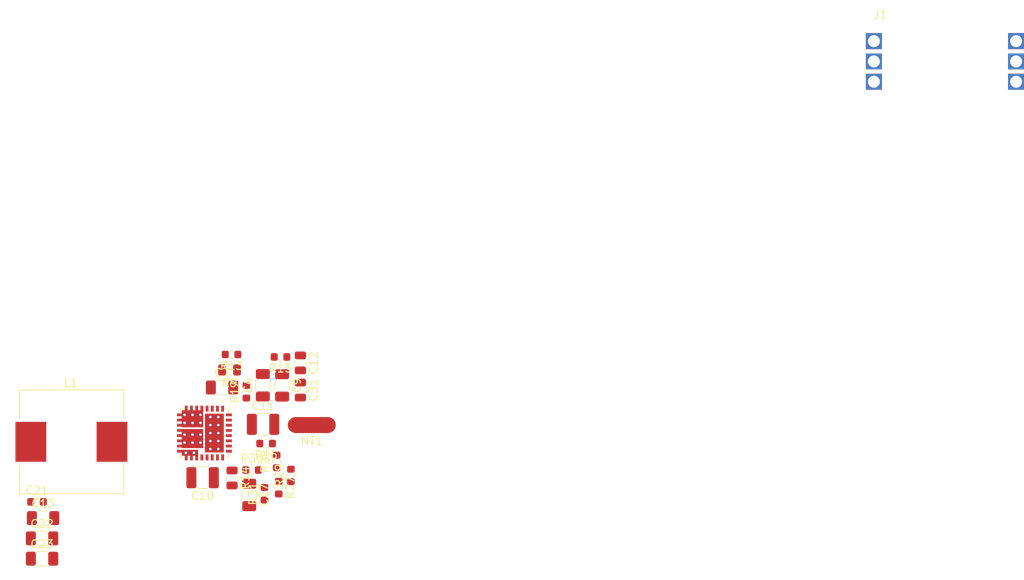
<source format=kicad_pcb>
(kicad_pcb (version 20171130) (host pcbnew "(5.1.6-0-10_14)")

  (general
    (thickness 1.6)
    (drawings 0)
    (tracks 0)
    (zones 0)
    (modules 27)
    (nets 22)
  )

  (page A4)
  (layers
    (0 F.Cu signal)
    (31 B.Cu signal)
    (32 B.Adhes user)
    (33 F.Adhes user)
    (34 B.Paste user)
    (35 F.Paste user)
    (36 B.SilkS user)
    (37 F.SilkS user)
    (38 B.Mask user)
    (39 F.Mask user)
    (40 Dwgs.User user)
    (41 Cmts.User user)
    (42 Eco1.User user)
    (43 Eco2.User user)
    (44 Edge.Cuts user)
    (45 Margin user)
    (46 B.CrtYd user)
    (47 F.CrtYd user)
    (48 B.Fab user)
    (49 F.Fab user)
  )

  (setup
    (last_trace_width 0.25)
    (trace_clearance 0.2)
    (zone_clearance 0.508)
    (zone_45_only no)
    (trace_min 0.2)
    (via_size 0.8)
    (via_drill 0.4)
    (via_min_size 0.4)
    (via_min_drill 0.3)
    (uvia_size 0.3)
    (uvia_drill 0.1)
    (uvias_allowed no)
    (uvia_min_size 0.2)
    (uvia_min_drill 0.1)
    (edge_width 0.05)
    (segment_width 0.2)
    (pcb_text_width 0.3)
    (pcb_text_size 1.5 1.5)
    (mod_edge_width 0.12)
    (mod_text_size 1 1)
    (mod_text_width 0.15)
    (pad_size 1.524 1.524)
    (pad_drill 0.762)
    (pad_to_mask_clearance 0.05)
    (aux_axis_origin 0 0)
    (visible_elements FFFFFF7F)
    (pcbplotparams
      (layerselection 0x010fc_ffffffff)
      (usegerberextensions false)
      (usegerberattributes true)
      (usegerberadvancedattributes true)
      (creategerberjobfile true)
      (excludeedgelayer true)
      (linewidth 0.100000)
      (plotframeref false)
      (viasonmask false)
      (mode 1)
      (useauxorigin false)
      (hpglpennumber 1)
      (hpglpenspeed 20)
      (hpglpendiameter 15.000000)
      (psnegative false)
      (psa4output false)
      (plotreference true)
      (plotvalue true)
      (plotinvisibletext false)
      (padsonsilk false)
      (subtractmaskfromsilk false)
      (outputformat 1)
      (mirror false)
      (drillshape 1)
      (scaleselection 1)
      (outputdirectory ""))
  )

  (net 0 "")
  (net 1 /Sheet5FD8758D/PGND)
  (net 2 "Net-(C4-Pad1)")
  (net 3 /Sheet5FD8758D/SW)
  (net 4 "Net-(C7-Pad1)")
  (net 5 /Sheet5FD8758D/FB)
  (net 6 "Net-(C9-Pad1)")
  (net 7 "Net-(C10-Pad1)")
  (net 8 GND)
  (net 9 VDD)
  (net 10 +5V)
  (net 11 /Sheet5FD8758D/EXTVDD)
  (net 12 "Net-(J1-Pad2)")
  (net 13 "Net-(J1-Pad6)")
  (net 14 "Net-(J1-Pad5)")
  (net 15 "Net-(J1-Pad3)")
  (net 16 "Net-(J1-Pad1)")
  (net 17 "Net-(J1-Pad4)")
  (net 18 /Sheet5FD8758D/ILIM)
  (net 19 "Net-(R27-Pad1)")
  (net 20 "Net-(R28-Pad1)")
  (net 21 "Net-(U3-Pad32)")

  (net_class Default "This is the default net class."
    (clearance 0.2)
    (trace_width 0.25)
    (via_dia 0.8)
    (via_drill 0.4)
    (uvia_dia 0.3)
    (uvia_drill 0.1)
    (add_net +5V)
    (add_net /Sheet5FD8758D/EXTVDD)
    (add_net /Sheet5FD8758D/FB)
    (add_net /Sheet5FD8758D/ILIM)
    (add_net /Sheet5FD8758D/PGND)
    (add_net /Sheet5FD8758D/SW)
    (add_net GND)
    (add_net "Net-(C10-Pad1)")
    (add_net "Net-(C4-Pad1)")
    (add_net "Net-(C7-Pad1)")
    (add_net "Net-(C9-Pad1)")
    (add_net "Net-(J1-Pad1)")
    (add_net "Net-(J1-Pad2)")
    (add_net "Net-(J1-Pad3)")
    (add_net "Net-(J1-Pad4)")
    (add_net "Net-(J1-Pad5)")
    (add_net "Net-(J1-Pad6)")
    (add_net "Net-(R27-Pad1)")
    (add_net "Net-(R28-Pad1)")
    (add_net "Net-(U3-Pad32)")
    (add_net VDD)
  )

  (module AI-footprints:PHA (layer F.Cu) (tedit 5F2BD579) (tstamp 5FD891B5)
    (at 160.64 94.766 270)
    (path /5FD8758E/5F2FC8E1)
    (fp_text reference U3 (at -1.26 -4.308 90) (layer F.SilkS)
      (effects (font (size 0.8 0.8) (thickness 0.015)))
    )
    (fp_text value MIC28515 (at 6.36 4.292 90) (layer F.Fab)
      (effects (font (size 0.8 0.8) (thickness 0.015)))
    )
    (fp_line (start -3 3) (end -3 -3) (layer F.Fab) (width 0.127))
    (fp_line (start -3 -3) (end 3 -3) (layer F.Fab) (width 0.127))
    (fp_line (start 3 -3) (end 3 3) (layer F.Fab) (width 0.127))
    (fp_line (start 3 3) (end -3 3) (layer F.Fab) (width 0.127))
    (fp_line (start -2.67 -3) (end -3 -3) (layer F.SilkS) (width 0.127))
    (fp_line (start -3 -3) (end -3 -2.67) (layer F.SilkS) (width 0.127))
    (fp_line (start 3 -2.67) (end 3 -3) (layer F.SilkS) (width 0.127))
    (fp_line (start 3 -3) (end 2.67 -3) (layer F.SilkS) (width 0.127))
    (fp_line (start -3 2.67) (end -3 3) (layer F.SilkS) (width 0.127))
    (fp_line (start -3 3) (end -2.67 3) (layer F.SilkS) (width 0.127))
    (fp_line (start 2.67 3) (end 3 3) (layer F.SilkS) (width 0.127))
    (fp_line (start 3 3) (end 3 2.67) (layer F.SilkS) (width 0.127))
    (fp_line (start -3.7 3.7) (end -3.7 -3.7) (layer F.CrtYd) (width 0.05))
    (fp_line (start -3.7 -3.7) (end 3.7 -3.7) (layer F.CrtYd) (width 0.05))
    (fp_line (start 3.7 -3.7) (end 3.7 3.7) (layer F.CrtYd) (width 0.05))
    (fp_line (start 3.7 3.7) (end -3.7 3.7) (layer F.CrtYd) (width 0.05))
    (fp_circle (center -4 -2.3) (end -3.9 -2.3) (layer F.SilkS) (width 0.2))
    (fp_circle (center -4 -2.3) (end -3.9 -2.3) (layer F.Fab) (width 0.2))
    (pad 19.3 thru_hole circle (at 2.47 2.32 270) (size 0.4 0.4) (drill 0.3) (layers *.Cu *.Mask)
      (net 1 /Sheet5FD8758D/PGND))
    (pad 19.2 thru_hole circle (at 2.47 1.32 270) (size 0.4 0.4) (drill 0.3) (layers *.Cu *.Mask)
      (net 1 /Sheet5FD8758D/PGND))
    (pad 35.6 thru_hole circle (at 1.195 2.495 270) (size 0.4 0.4) (drill 0.3) (layers *.Cu *.Mask)
      (net 3 /Sheet5FD8758D/SW))
    (pad 35.5 thru_hole circle (at 0.195 2.495 270) (size 0.4 0.4) (drill 0.3) (layers *.Cu *.Mask)
      (net 3 /Sheet5FD8758D/SW))
    (pad 35.4 thru_hole circle (at 1.195 1.495 270) (size 0.4 0.4) (drill 0.3) (layers *.Cu *.Mask)
      (net 3 /Sheet5FD8758D/SW))
    (pad 35.3 thru_hole circle (at 0.195 1.495 270) (size 0.4 0.4) (drill 0.3) (layers *.Cu *.Mask)
      (net 3 /Sheet5FD8758D/SW))
    (pad 35.2 thru_hole circle (at 1.195 0.495 270) (size 0.4 0.4) (drill 0.3) (layers *.Cu *.Mask)
      (net 3 /Sheet5FD8758D/SW))
    (pad 35.1 thru_hole circle (at 0.195 0.495 270) (size 0.4 0.4) (drill 0.3) (layers *.Cu *.Mask)
      (net 3 /Sheet5FD8758D/SW))
    (pad 34.6 thru_hole circle (at -1.28 2.495 270) (size 0.4 0.4) (drill 0.3) (layers *.Cu *.Mask)
      (net 9 VDD))
    (pad 34.5 thru_hole circle (at -2.28 2.495 270) (size 0.4 0.4) (drill 0.3) (layers *.Cu *.Mask)
      (net 9 VDD))
    (pad 34.4 thru_hole circle (at -1.28 1.495 270) (size 0.4 0.4) (drill 0.3) (layers *.Cu *.Mask)
      (net 9 VDD))
    (pad 34.3 thru_hole circle (at -2.28 1.495 270) (size 0.4 0.4) (drill 0.3) (layers *.Cu *.Mask)
      (net 9 VDD))
    (pad 34.2 thru_hole circle (at -1.28 0.495 270) (size 0.4 0.4) (drill 0.3) (layers *.Cu *.Mask)
      (net 9 VDD))
    (pad 34.1 thru_hole circle (at -2.28 0.495 270) (size 0.4 0.4) (drill 0.3) (layers *.Cu *.Mask)
      (net 9 VDD))
    (pad 33.10 thru_hole circle (at 2 -0.74 270) (size 0.4 0.4) (drill 0.3) (layers *.Cu *.Mask)
      (net 1 /Sheet5FD8758D/PGND))
    (pad 33.9 thru_hole circle (at 1 -0.74 270) (size 0.4 0.4) (drill 0.3) (layers *.Cu *.Mask)
      (net 1 /Sheet5FD8758D/PGND))
    (pad 33.8 thru_hole circle (at 0 -0.74 270) (size 0.4 0.4) (drill 0.3) (layers *.Cu *.Mask)
      (net 1 /Sheet5FD8758D/PGND))
    (pad 33.7 thru_hole circle (at -1 -0.74 270) (size 0.4 0.4) (drill 0.3) (layers *.Cu *.Mask)
      (net 1 /Sheet5FD8758D/PGND))
    (pad 33.6 thru_hole circle (at -2 -0.74 270) (size 0.4 0.4) (drill 0.3) (layers *.Cu *.Mask)
      (net 1 /Sheet5FD8758D/PGND))
    (pad 33.5 thru_hole circle (at 2 -1.74 270) (size 0.4 0.4) (drill 0.3) (layers *.Cu *.Mask)
      (net 1 /Sheet5FD8758D/PGND))
    (pad 33.4 thru_hole circle (at 1 -1.74 270) (size 0.4 0.4) (drill 0.3) (layers *.Cu *.Mask)
      (net 1 /Sheet5FD8758D/PGND))
    (pad 33.3 thru_hole circle (at 0 -1.74 270) (size 0.4 0.4) (drill 0.3) (layers *.Cu *.Mask)
      (net 1 /Sheet5FD8758D/PGND))
    (pad 33.2 thru_hole circle (at -1 -1.74 270) (size 0.4 0.4) (drill 0.3) (layers *.Cu *.Mask)
      (net 1 /Sheet5FD8758D/PGND))
    (pad 33.1 thru_hole circle (at -2 -1.74 270) (size 0.4 0.4) (drill 0.3) (layers *.Cu *.Mask)
      (net 1 /Sheet5FD8758D/PGND))
    (pad 19.1 smd rect (at 2.47 1.82 270) (size 0.74 2.04) (layers F.Cu F.Paste F.Mask)
      (net 1 /Sheet5FD8758D/PGND))
    (pad 35 smd rect (at 0.695 1.4975 270) (size 2.39 2.69) (layers F.Cu F.Paste F.Mask)
      (net 3 /Sheet5FD8758D/SW))
    (pad 34 smd rect (at -1.78 1.4975 270) (size 2.13 2.69) (layers F.Cu F.Paste F.Mask)
      (net 9 VDD))
    (pad 33 smd rect (at 0 -1.24 270) (size 4.85 2.36) (layers F.Cu F.Paste F.Mask)
      (net 1 /Sheet5FD8758D/PGND))
    (pad 32 smd rect (at -2.275 -3.05 270) (size 0.35 0.75) (layers F.Cu F.Paste F.Mask)
      (net 21 "Net-(U3-Pad32)"))
    (pad 31 smd rect (at -1.625 -3.05 270) (size 0.35 0.75) (layers F.Cu F.Paste F.Mask)
      (net 2 "Net-(C4-Pad1)"))
    (pad 30 smd rect (at -0.975 -3.05 270) (size 0.35 0.75) (layers F.Cu F.Paste F.Mask)
      (net 9 VDD))
    (pad 29 smd rect (at -0.325 -3.05 270) (size 0.35 0.75) (layers F.Cu F.Paste F.Mask)
      (net 1 /Sheet5FD8758D/PGND))
    (pad 28 smd rect (at 0.325 -3.05 270) (size 0.35 0.75) (layers F.Cu F.Paste F.Mask)
      (net 8 GND))
    (pad 27 smd rect (at 0.975 -3.05 270) (size 0.35 0.75) (layers F.Cu F.Paste F.Mask)
      (net 5 /Sheet5FD8758D/FB))
    (pad 26 smd rect (at 1.625 -3.05 270) (size 0.35 0.75) (layers F.Cu F.Paste F.Mask)
      (net 9 VDD))
    (pad 25 smd rect (at 2.275 -3.05 270) (size 0.35 0.75) (layers F.Cu F.Paste F.Mask)
      (net 20 "Net-(R28-Pad1)"))
    (pad 24 smd rect (at 3.05 -2.275 270) (size 0.75 0.35) (layers F.Cu F.Paste F.Mask)
      (net 19 "Net-(R27-Pad1)"))
    (pad 23 smd rect (at 3.05 -1.625 270) (size 0.75 0.35) (layers F.Cu F.Paste F.Mask)
      (net 11 /Sheet5FD8758D/EXTVDD))
    (pad 22 smd rect (at 3.05 -0.975 270) (size 0.75 0.35) (layers F.Cu F.Paste F.Mask)
      (net 1 /Sheet5FD8758D/PGND))
    (pad 21 smd rect (at 3.05 -0.325 270) (size 0.75 0.35) (layers F.Cu F.Paste F.Mask)
      (net 7 "Net-(C10-Pad1)"))
    (pad 20 smd rect (at 3.05 0.325 270) (size 0.75 0.35) (layers F.Cu F.Paste F.Mask)
      (net 3 /Sheet5FD8758D/SW))
    (pad 19 smd rect (at 3.05 0.975 270) (size 0.75 0.35) (layers F.Cu F.Paste F.Mask)
      (net 1 /Sheet5FD8758D/PGND))
    (pad 18 smd rect (at 3.05 1.625 270) (size 0.75 0.35) (layers F.Cu F.Paste F.Mask)
      (net 1 /Sheet5FD8758D/PGND))
    (pad 17 smd rect (at 3.05 2.275 270) (size 0.75 0.35) (layers F.Cu F.Paste F.Mask)
      (net 1 /Sheet5FD8758D/PGND))
    (pad 16 smd rect (at 2.275 3.05 270) (size 0.35 0.75) (layers F.Cu F.Paste F.Mask)
      (net 1 /Sheet5FD8758D/PGND))
    (pad 15 smd rect (at 1.625 3.05 270) (size 0.35 0.75) (layers F.Cu F.Paste F.Mask)
      (net 3 /Sheet5FD8758D/SW))
    (pad 14 smd rect (at 0.975 3.05 270) (size 0.35 0.75) (layers F.Cu F.Paste F.Mask)
      (net 3 /Sheet5FD8758D/SW))
    (pad 13 smd rect (at 0.325 3.05 270) (size 0.35 0.75) (layers F.Cu F.Paste F.Mask)
      (net 3 /Sheet5FD8758D/SW))
    (pad 12 smd rect (at -0.325 3.05 270) (size 0.35 0.75) (layers F.Cu F.Paste F.Mask)
      (net 3 /Sheet5FD8758D/SW))
    (pad 11 smd rect (at -0.975 3.05 270) (size 0.35 0.75) (layers F.Cu F.Paste F.Mask)
      (net 9 VDD))
    (pad 10 smd rect (at -1.625 3.05 270) (size 0.35 0.75) (layers F.Cu F.Paste F.Mask)
      (net 9 VDD))
    (pad 9 smd rect (at -2.275 3.05 270) (size 0.35 0.75) (layers F.Cu F.Paste F.Mask)
      (net 9 VDD))
    (pad 8 smd rect (at -3.05 2.275 270) (size 0.75 0.35) (layers F.Cu F.Paste F.Mask)
      (net 9 VDD))
    (pad 7 smd rect (at -3.05 1.625 270) (size 0.75 0.35) (layers F.Cu F.Paste F.Mask)
      (net 9 VDD))
    (pad 6 smd rect (at -3.05 0.975 270) (size 0.75 0.35) (layers F.Cu F.Paste F.Mask)
      (net 9 VDD))
    (pad 5 smd rect (at -3.05 0.325 270) (size 0.75 0.35) (layers F.Cu F.Paste F.Mask)
      (net 9 VDD))
    (pad 4 smd rect (at -3.05 -0.325 270) (size 0.75 0.35) (layers F.Cu F.Paste F.Mask)
      (net 4 "Net-(C7-Pad1)"))
    (pad 3 smd rect (at -3.05 -0.975 270) (size 0.75 0.35) (layers F.Cu F.Paste F.Mask)
      (net 3 /Sheet5FD8758D/SW))
    (pad 2 smd rect (at -3.05 -1.625 270) (size 0.75 0.35) (layers F.Cu F.Paste F.Mask)
      (net 1 /Sheet5FD8758D/PGND))
    (pad 1 smd rect (at -3.05 -2.275 270) (size 0.75 0.35) (layers F.Cu F.Paste F.Mask)
      (net 18 /Sheet5FD8758D/ILIM))
  )

  (module Resistor_SMD:R_0603_1608Metric (layer F.Cu) (tedit 5B301BBD) (tstamp 5FD89163)
    (at 168.148 102.362 90)
    (descr "Resistor SMD 0603 (1608 Metric), square (rectangular) end terminal, IPC_7351 nominal, (Body size source: http://www.tortai-tech.com/upload/download/2011102023233369053.pdf), generated with kicad-footprint-generator")
    (tags resistor)
    (path /5FD8758E/5FA9FF4A)
    (attr smd)
    (fp_text reference R31 (at 0 -1.43 90) (layer F.SilkS)
      (effects (font (size 1 1) (thickness 0.15)))
    )
    (fp_text value 100k (at 0 1.43 90) (layer F.Fab)
      (effects (font (size 1 1) (thickness 0.15)))
    )
    (fp_line (start -0.8 0.4) (end -0.8 -0.4) (layer F.Fab) (width 0.1))
    (fp_line (start -0.8 -0.4) (end 0.8 -0.4) (layer F.Fab) (width 0.1))
    (fp_line (start 0.8 -0.4) (end 0.8 0.4) (layer F.Fab) (width 0.1))
    (fp_line (start 0.8 0.4) (end -0.8 0.4) (layer F.Fab) (width 0.1))
    (fp_line (start -0.162779 -0.51) (end 0.162779 -0.51) (layer F.SilkS) (width 0.12))
    (fp_line (start -0.162779 0.51) (end 0.162779 0.51) (layer F.SilkS) (width 0.12))
    (fp_line (start -1.48 0.73) (end -1.48 -0.73) (layer F.CrtYd) (width 0.05))
    (fp_line (start -1.48 -0.73) (end 1.48 -0.73) (layer F.CrtYd) (width 0.05))
    (fp_line (start 1.48 -0.73) (end 1.48 0.73) (layer F.CrtYd) (width 0.05))
    (fp_line (start 1.48 0.73) (end -1.48 0.73) (layer F.CrtYd) (width 0.05))
    (fp_text user %R (at 0 0 90) (layer F.Fab)
      (effects (font (size 0.4 0.4) (thickness 0.06)))
    )
    (pad 2 smd roundrect (at 0.7875 0 90) (size 0.875 0.95) (layers F.Cu F.Paste F.Mask) (roundrect_rratio 0.25)
      (net 19 "Net-(R27-Pad1)"))
    (pad 1 smd roundrect (at -0.7875 0 90) (size 0.875 0.95) (layers F.Cu F.Paste F.Mask) (roundrect_rratio 0.25)
      (net 8 GND))
    (model ${KISYS3DMOD}/Resistor_SMD.3dshapes/R_0603_1608Metric.wrl
      (at (xyz 0 0 0))
      (scale (xyz 1 1 1))
      (rotate (xyz 0 0 0))
    )
  )

  (module Resistor_SMD:R_0603_1608Metric (layer F.Cu) (tedit 5B301BBD) (tstamp 5FD89152)
    (at 166.5925 99.396)
    (descr "Resistor SMD 0603 (1608 Metric), square (rectangular) end terminal, IPC_7351 nominal, (Body size source: http://www.tortai-tech.com/upload/download/2011102023233369053.pdf), generated with kicad-footprint-generator")
    (tags resistor)
    (path /5FD8758E/5FAC0103)
    (attr smd)
    (fp_text reference R30 (at 0 -1.43) (layer F.SilkS)
      (effects (font (size 1 1) (thickness 0.15)))
    )
    (fp_text value 0R (at 0 1.43) (layer F.Fab)
      (effects (font (size 1 1) (thickness 0.15)))
    )
    (fp_line (start -0.8 0.4) (end -0.8 -0.4) (layer F.Fab) (width 0.1))
    (fp_line (start -0.8 -0.4) (end 0.8 -0.4) (layer F.Fab) (width 0.1))
    (fp_line (start 0.8 -0.4) (end 0.8 0.4) (layer F.Fab) (width 0.1))
    (fp_line (start 0.8 0.4) (end -0.8 0.4) (layer F.Fab) (width 0.1))
    (fp_line (start -0.162779 -0.51) (end 0.162779 -0.51) (layer F.SilkS) (width 0.12))
    (fp_line (start -0.162779 0.51) (end 0.162779 0.51) (layer F.SilkS) (width 0.12))
    (fp_line (start -1.48 0.73) (end -1.48 -0.73) (layer F.CrtYd) (width 0.05))
    (fp_line (start -1.48 -0.73) (end 1.48 -0.73) (layer F.CrtYd) (width 0.05))
    (fp_line (start 1.48 -0.73) (end 1.48 0.73) (layer F.CrtYd) (width 0.05))
    (fp_line (start 1.48 0.73) (end -1.48 0.73) (layer F.CrtYd) (width 0.05))
    (fp_text user %R (at 0 0) (layer F.Fab)
      (effects (font (size 0.4 0.4) (thickness 0.06)))
    )
    (pad 2 smd roundrect (at 0.7875 0) (size 0.875 0.95) (layers F.Cu F.Paste F.Mask) (roundrect_rratio 0.25)
      (net 10 +5V))
    (pad 1 smd roundrect (at -0.7875 0) (size 0.875 0.95) (layers F.Cu F.Paste F.Mask) (roundrect_rratio 0.25)
      (net 11 /Sheet5FD8758D/EXTVDD))
    (model ${KISYS3DMOD}/Resistor_SMD.3dshapes/R_0603_1608Metric.wrl
      (at (xyz 0 0 0))
      (scale (xyz 1 1 1))
      (rotate (xyz 0 0 0))
    )
  )

  (module Resistor_SMD:R_0603_1608Metric (layer F.Cu) (tedit 5B301BBD) (tstamp 5FD89141)
    (at 171.45 100.076 90)
    (descr "Resistor SMD 0603 (1608 Metric), square (rectangular) end terminal, IPC_7351 nominal, (Body size source: http://www.tortai-tech.com/upload/download/2011102023233369053.pdf), generated with kicad-footprint-generator")
    (tags resistor)
    (path /5FD8758E/5FAD16C2)
    (attr smd)
    (fp_text reference R29 (at 0 -1.43 90) (layer F.SilkS)
      (effects (font (size 1 1) (thickness 0.15)))
    )
    (fp_text value 100k (at 0 1.43 90) (layer F.Fab)
      (effects (font (size 1 1) (thickness 0.15)))
    )
    (fp_line (start -0.8 0.4) (end -0.8 -0.4) (layer F.Fab) (width 0.1))
    (fp_line (start -0.8 -0.4) (end 0.8 -0.4) (layer F.Fab) (width 0.1))
    (fp_line (start 0.8 -0.4) (end 0.8 0.4) (layer F.Fab) (width 0.1))
    (fp_line (start 0.8 0.4) (end -0.8 0.4) (layer F.Fab) (width 0.1))
    (fp_line (start -0.162779 -0.51) (end 0.162779 -0.51) (layer F.SilkS) (width 0.12))
    (fp_line (start -0.162779 0.51) (end 0.162779 0.51) (layer F.SilkS) (width 0.12))
    (fp_line (start -1.48 0.73) (end -1.48 -0.73) (layer F.CrtYd) (width 0.05))
    (fp_line (start -1.48 -0.73) (end 1.48 -0.73) (layer F.CrtYd) (width 0.05))
    (fp_line (start 1.48 -0.73) (end 1.48 0.73) (layer F.CrtYd) (width 0.05))
    (fp_line (start 1.48 0.73) (end -1.48 0.73) (layer F.CrtYd) (width 0.05))
    (fp_text user %R (at 0 0 90) (layer F.Fab)
      (effects (font (size 0.4 0.4) (thickness 0.06)))
    )
    (pad 2 smd roundrect (at 0.7875 0 90) (size 0.875 0.95) (layers F.Cu F.Paste F.Mask) (roundrect_rratio 0.25)
      (net 20 "Net-(R28-Pad1)"))
    (pad 1 smd roundrect (at -0.7875 0 90) (size 0.875 0.95) (layers F.Cu F.Paste F.Mask) (roundrect_rratio 0.25)
      (net 9 VDD))
    (model ${KISYS3DMOD}/Resistor_SMD.3dshapes/R_0603_1608Metric.wrl
      (at (xyz 0 0 0))
      (scale (xyz 1 1 1))
      (rotate (xyz 0 0 0))
    )
  )

  (module Resistor_SMD:R_0603_1608Metric (layer F.Cu) (tedit 5B301BBD) (tstamp 5FD89130)
    (at 169.672 98.3235 90)
    (descr "Resistor SMD 0603 (1608 Metric), square (rectangular) end terminal, IPC_7351 nominal, (Body size source: http://www.tortai-tech.com/upload/download/2011102023233369053.pdf), generated with kicad-footprint-generator")
    (tags resistor)
    (path /5FD8758E/5FAE59BE)
    (attr smd)
    (fp_text reference R28 (at 0 -1.43 90) (layer F.SilkS)
      (effects (font (size 1 1) (thickness 0.15)))
    )
    (fp_text value 100k (at 0 1.43 90) (layer F.Fab)
      (effects (font (size 1 1) (thickness 0.15)))
    )
    (fp_line (start -0.8 0.4) (end -0.8 -0.4) (layer F.Fab) (width 0.1))
    (fp_line (start -0.8 -0.4) (end 0.8 -0.4) (layer F.Fab) (width 0.1))
    (fp_line (start 0.8 -0.4) (end 0.8 0.4) (layer F.Fab) (width 0.1))
    (fp_line (start 0.8 0.4) (end -0.8 0.4) (layer F.Fab) (width 0.1))
    (fp_line (start -0.162779 -0.51) (end 0.162779 -0.51) (layer F.SilkS) (width 0.12))
    (fp_line (start -0.162779 0.51) (end 0.162779 0.51) (layer F.SilkS) (width 0.12))
    (fp_line (start -1.48 0.73) (end -1.48 -0.73) (layer F.CrtYd) (width 0.05))
    (fp_line (start -1.48 -0.73) (end 1.48 -0.73) (layer F.CrtYd) (width 0.05))
    (fp_line (start 1.48 -0.73) (end 1.48 0.73) (layer F.CrtYd) (width 0.05))
    (fp_line (start 1.48 0.73) (end -1.48 0.73) (layer F.CrtYd) (width 0.05))
    (fp_text user %R (at 0 0 90) (layer F.Fab)
      (effects (font (size 0.4 0.4) (thickness 0.06)))
    )
    (pad 2 smd roundrect (at 0.7875 0 90) (size 0.875 0.95) (layers F.Cu F.Paste F.Mask) (roundrect_rratio 0.25)
      (net 8 GND))
    (pad 1 smd roundrect (at -0.7875 0 90) (size 0.875 0.95) (layers F.Cu F.Paste F.Mask) (roundrect_rratio 0.25)
      (net 20 "Net-(R28-Pad1)"))
    (model ${KISYS3DMOD}/Resistor_SMD.3dshapes/R_0603_1608Metric.wrl
      (at (xyz 0 0 0))
      (scale (xyz 1 1 1))
      (rotate (xyz 0 0 0))
    )
  )

  (module Resistor_SMD:R_0603_1608Metric (layer F.Cu) (tedit 5B301BBD) (tstamp 5FD8911F)
    (at 169.926 101.6 270)
    (descr "Resistor SMD 0603 (1608 Metric), square (rectangular) end terminal, IPC_7351 nominal, (Body size source: http://www.tortai-tech.com/upload/download/2011102023233369053.pdf), generated with kicad-footprint-generator")
    (tags resistor)
    (path /5FD8758E/5FA0F663)
    (attr smd)
    (fp_text reference R27 (at 0 -1.43 90) (layer F.SilkS)
      (effects (font (size 1 1) (thickness 0.15)))
    )
    (fp_text value 100k (at 0 1.43 90) (layer F.Fab)
      (effects (font (size 1 1) (thickness 0.15)))
    )
    (fp_line (start -0.8 0.4) (end -0.8 -0.4) (layer F.Fab) (width 0.1))
    (fp_line (start -0.8 -0.4) (end 0.8 -0.4) (layer F.Fab) (width 0.1))
    (fp_line (start 0.8 -0.4) (end 0.8 0.4) (layer F.Fab) (width 0.1))
    (fp_line (start 0.8 0.4) (end -0.8 0.4) (layer F.Fab) (width 0.1))
    (fp_line (start -0.162779 -0.51) (end 0.162779 -0.51) (layer F.SilkS) (width 0.12))
    (fp_line (start -0.162779 0.51) (end 0.162779 0.51) (layer F.SilkS) (width 0.12))
    (fp_line (start -1.48 0.73) (end -1.48 -0.73) (layer F.CrtYd) (width 0.05))
    (fp_line (start -1.48 -0.73) (end 1.48 -0.73) (layer F.CrtYd) (width 0.05))
    (fp_line (start 1.48 -0.73) (end 1.48 0.73) (layer F.CrtYd) (width 0.05))
    (fp_line (start 1.48 0.73) (end -1.48 0.73) (layer F.CrtYd) (width 0.05))
    (fp_text user %R (at 0 0 90) (layer F.Fab)
      (effects (font (size 0.4 0.4) (thickness 0.06)))
    )
    (pad 2 smd roundrect (at 0.7875 0 270) (size 0.875 0.95) (layers F.Cu F.Paste F.Mask) (roundrect_rratio 0.25)
      (net 9 VDD))
    (pad 1 smd roundrect (at -0.7875 0 270) (size 0.875 0.95) (layers F.Cu F.Paste F.Mask) (roundrect_rratio 0.25)
      (net 19 "Net-(R27-Pad1)"))
    (model ${KISYS3DMOD}/Resistor_SMD.3dshapes/R_0603_1608Metric.wrl
      (at (xyz 0 0 0))
      (scale (xyz 1 1 1))
      (rotate (xyz 0 0 0))
    )
  )

  (module Resistor_SMD:R_0603_1608Metric (layer F.Cu) (tedit 5B301BBD) (tstamp 5FD8910E)
    (at 168.35 96.076 180)
    (descr "Resistor SMD 0603 (1608 Metric), square (rectangular) end terminal, IPC_7351 nominal, (Body size source: http://www.tortai-tech.com/upload/download/2011102023233369053.pdf), generated with kicad-footprint-generator")
    (tags resistor)
    (path /5FD8758E/5F33DDCF)
    (attr smd)
    (fp_text reference R16 (at 0 -1.43) (layer F.SilkS)
      (effects (font (size 1 1) (thickness 0.15)))
    )
    (fp_text value 1.3k (at 0 1.43) (layer F.Fab)
      (effects (font (size 1 1) (thickness 0.15)))
    )
    (fp_line (start -0.8 0.4) (end -0.8 -0.4) (layer F.Fab) (width 0.1))
    (fp_line (start -0.8 -0.4) (end 0.8 -0.4) (layer F.Fab) (width 0.1))
    (fp_line (start 0.8 -0.4) (end 0.8 0.4) (layer F.Fab) (width 0.1))
    (fp_line (start 0.8 0.4) (end -0.8 0.4) (layer F.Fab) (width 0.1))
    (fp_line (start -0.162779 -0.51) (end 0.162779 -0.51) (layer F.SilkS) (width 0.12))
    (fp_line (start -0.162779 0.51) (end 0.162779 0.51) (layer F.SilkS) (width 0.12))
    (fp_line (start -1.48 0.73) (end -1.48 -0.73) (layer F.CrtYd) (width 0.05))
    (fp_line (start -1.48 -0.73) (end 1.48 -0.73) (layer F.CrtYd) (width 0.05))
    (fp_line (start 1.48 -0.73) (end 1.48 0.73) (layer F.CrtYd) (width 0.05))
    (fp_line (start 1.48 0.73) (end -1.48 0.73) (layer F.CrtYd) (width 0.05))
    (fp_text user %R (at 0 0) (layer F.Fab)
      (effects (font (size 0.4 0.4) (thickness 0.06)))
    )
    (pad 2 smd roundrect (at 0.7875 0 180) (size 0.875 0.95) (layers F.Cu F.Paste F.Mask) (roundrect_rratio 0.25)
      (net 5 /Sheet5FD8758D/FB))
    (pad 1 smd roundrect (at -0.7875 0 180) (size 0.875 0.95) (layers F.Cu F.Paste F.Mask) (roundrect_rratio 0.25)
      (net 8 GND))
    (model ${KISYS3DMOD}/Resistor_SMD.3dshapes/R_0603_1608Metric.wrl
      (at (xyz 0 0 0))
      (scale (xyz 1 1 1))
      (rotate (xyz 0 0 0))
    )
  )

  (module Resistor_SMD:R_0603_1608Metric (layer F.Cu) (tedit 5B301BBD) (tstamp 5FD890FD)
    (at 170.1525 85.246 180)
    (descr "Resistor SMD 0603 (1608 Metric), square (rectangular) end terminal, IPC_7351 nominal, (Body size source: http://www.tortai-tech.com/upload/download/2011102023233369053.pdf), generated with kicad-footprint-generator")
    (tags resistor)
    (path /5FD8758E/5F33A359)
    (attr smd)
    (fp_text reference R15 (at 0 -1.43) (layer F.SilkS)
      (effects (font (size 1 1) (thickness 0.15)))
    )
    (fp_text value 10k (at 0 1.43) (layer F.Fab)
      (effects (font (size 1 1) (thickness 0.15)))
    )
    (fp_line (start -0.8 0.4) (end -0.8 -0.4) (layer F.Fab) (width 0.1))
    (fp_line (start -0.8 -0.4) (end 0.8 -0.4) (layer F.Fab) (width 0.1))
    (fp_line (start 0.8 -0.4) (end 0.8 0.4) (layer F.Fab) (width 0.1))
    (fp_line (start 0.8 0.4) (end -0.8 0.4) (layer F.Fab) (width 0.1))
    (fp_line (start -0.162779 -0.51) (end 0.162779 -0.51) (layer F.SilkS) (width 0.12))
    (fp_line (start -0.162779 0.51) (end 0.162779 0.51) (layer F.SilkS) (width 0.12))
    (fp_line (start -1.48 0.73) (end -1.48 -0.73) (layer F.CrtYd) (width 0.05))
    (fp_line (start -1.48 -0.73) (end 1.48 -0.73) (layer F.CrtYd) (width 0.05))
    (fp_line (start 1.48 -0.73) (end 1.48 0.73) (layer F.CrtYd) (width 0.05))
    (fp_line (start 1.48 0.73) (end -1.48 0.73) (layer F.CrtYd) (width 0.05))
    (fp_text user %R (at 0 0) (layer F.Fab)
      (effects (font (size 0.4 0.4) (thickness 0.06)))
    )
    (pad 2 smd roundrect (at 0.7875 0 180) (size 0.875 0.95) (layers F.Cu F.Paste F.Mask) (roundrect_rratio 0.25)
      (net 10 +5V))
    (pad 1 smd roundrect (at -0.7875 0 180) (size 0.875 0.95) (layers F.Cu F.Paste F.Mask) (roundrect_rratio 0.25)
      (net 5 /Sheet5FD8758D/FB))
    (model ${KISYS3DMOD}/Resistor_SMD.3dshapes/R_0603_1608Metric.wrl
      (at (xyz 0 0 0))
      (scale (xyz 1 1 1))
      (rotate (xyz 0 0 0))
    )
  )

  (module Resistor_SMD:R_0805_2012Metric (layer F.Cu) (tedit 5B36C52B) (tstamp 5FD890EC)
    (at 164.09 100.386 270)
    (descr "Resistor SMD 0805 (2012 Metric), square (rectangular) end terminal, IPC_7351 nominal, (Body size source: https://docs.google.com/spreadsheets/d/1BsfQQcO9C6DZCsRaXUlFlo91Tg2WpOkGARC1WS5S8t0/edit?usp=sharing), generated with kicad-footprint-generator")
    (tags resistor)
    (path /5FD8758E/5F30E7E4)
    (attr smd)
    (fp_text reference R14 (at 0 -1.65 90) (layer F.SilkS)
      (effects (font (size 1 1) (thickness 0.15)))
    )
    (fp_text value 2.2R (at 0 1.65 90) (layer F.Fab)
      (effects (font (size 1 1) (thickness 0.15)))
    )
    (fp_line (start -1 0.6) (end -1 -0.6) (layer F.Fab) (width 0.1))
    (fp_line (start -1 -0.6) (end 1 -0.6) (layer F.Fab) (width 0.1))
    (fp_line (start 1 -0.6) (end 1 0.6) (layer F.Fab) (width 0.1))
    (fp_line (start 1 0.6) (end -1 0.6) (layer F.Fab) (width 0.1))
    (fp_line (start -0.258578 -0.71) (end 0.258578 -0.71) (layer F.SilkS) (width 0.12))
    (fp_line (start -0.258578 0.71) (end 0.258578 0.71) (layer F.SilkS) (width 0.12))
    (fp_line (start -1.68 0.95) (end -1.68 -0.95) (layer F.CrtYd) (width 0.05))
    (fp_line (start -1.68 -0.95) (end 1.68 -0.95) (layer F.CrtYd) (width 0.05))
    (fp_line (start 1.68 -0.95) (end 1.68 0.95) (layer F.CrtYd) (width 0.05))
    (fp_line (start 1.68 0.95) (end -1.68 0.95) (layer F.CrtYd) (width 0.05))
    (fp_text user %R (at 0 0 90) (layer F.Fab)
      (effects (font (size 0.5 0.5) (thickness 0.08)))
    )
    (pad 2 smd roundrect (at 0.9375 0 270) (size 0.975 1.4) (layers F.Cu F.Paste F.Mask) (roundrect_rratio 0.25)
      (net 9 VDD))
    (pad 1 smd roundrect (at -0.9375 0 270) (size 0.975 1.4) (layers F.Cu F.Paste F.Mask) (roundrect_rratio 0.25)
      (net 7 "Net-(C10-Pad1)"))
    (model ${KISYS3DMOD}/Resistor_SMD.3dshapes/R_0805_2012Metric.wrl
      (at (xyz 0 0 0))
      (scale (xyz 1 1 1))
      (rotate (xyz 0 0 0))
    )
  )

  (module Resistor_SMD:R_0603_1608Metric (layer F.Cu) (tedit 5B301BBD) (tstamp 5FD890DB)
    (at 164.03 84.936 180)
    (descr "Resistor SMD 0603 (1608 Metric), square (rectangular) end terminal, IPC_7351 nominal, (Body size source: http://www.tortai-tech.com/upload/download/2011102023233369053.pdf), generated with kicad-footprint-generator")
    (tags resistor)
    (path /5FD8758E/5F330124)
    (attr smd)
    (fp_text reference R13 (at 0 -1.43) (layer F.SilkS)
      (effects (font (size 1 1) (thickness 0.15)))
    )
    (fp_text value 16.2k (at 0 1.43) (layer F.Fab)
      (effects (font (size 1 1) (thickness 0.15)))
    )
    (fp_line (start -0.8 0.4) (end -0.8 -0.4) (layer F.Fab) (width 0.1))
    (fp_line (start -0.8 -0.4) (end 0.8 -0.4) (layer F.Fab) (width 0.1))
    (fp_line (start 0.8 -0.4) (end 0.8 0.4) (layer F.Fab) (width 0.1))
    (fp_line (start 0.8 0.4) (end -0.8 0.4) (layer F.Fab) (width 0.1))
    (fp_line (start -0.162779 -0.51) (end 0.162779 -0.51) (layer F.SilkS) (width 0.12))
    (fp_line (start -0.162779 0.51) (end 0.162779 0.51) (layer F.SilkS) (width 0.12))
    (fp_line (start -1.48 0.73) (end -1.48 -0.73) (layer F.CrtYd) (width 0.05))
    (fp_line (start -1.48 -0.73) (end 1.48 -0.73) (layer F.CrtYd) (width 0.05))
    (fp_line (start 1.48 -0.73) (end 1.48 0.73) (layer F.CrtYd) (width 0.05))
    (fp_line (start 1.48 0.73) (end -1.48 0.73) (layer F.CrtYd) (width 0.05))
    (fp_text user %R (at 0 0) (layer F.Fab)
      (effects (font (size 0.4 0.4) (thickness 0.06)))
    )
    (pad 2 smd roundrect (at 0.7875 0 180) (size 0.875 0.95) (layers F.Cu F.Paste F.Mask) (roundrect_rratio 0.25)
      (net 3 /Sheet5FD8758D/SW))
    (pad 1 smd roundrect (at -0.7875 0 180) (size 0.875 0.95) (layers F.Cu F.Paste F.Mask) (roundrect_rratio 0.25)
      (net 6 "Net-(C9-Pad1)"))
    (model ${KISYS3DMOD}/Resistor_SMD.3dshapes/R_0603_1608Metric.wrl
      (at (xyz 0 0 0))
      (scale (xyz 1 1 1))
      (rotate (xyz 0 0 0))
    )
  )

  (module Resistor_SMD:R_0603_1608Metric (layer F.Cu) (tedit 5B301BBD) (tstamp 5FD890CA)
    (at 165.88 89.596 90)
    (descr "Resistor SMD 0603 (1608 Metric), square (rectangular) end terminal, IPC_7351 nominal, (Body size source: http://www.tortai-tech.com/upload/download/2011102023233369053.pdf), generated with kicad-footprint-generator")
    (tags resistor)
    (path /5FD8758E/5F32CA0B)
    (attr smd)
    (fp_text reference R12 (at 0 -1.43 90) (layer F.SilkS)
      (effects (font (size 1 1) (thickness 0.15)))
    )
    (fp_text value 1.5k (at 0 1.43 90) (layer F.Fab)
      (effects (font (size 1 1) (thickness 0.15)))
    )
    (fp_line (start -0.8 0.4) (end -0.8 -0.4) (layer F.Fab) (width 0.1))
    (fp_line (start -0.8 -0.4) (end 0.8 -0.4) (layer F.Fab) (width 0.1))
    (fp_line (start 0.8 -0.4) (end 0.8 0.4) (layer F.Fab) (width 0.1))
    (fp_line (start 0.8 0.4) (end -0.8 0.4) (layer F.Fab) (width 0.1))
    (fp_line (start -0.162779 -0.51) (end 0.162779 -0.51) (layer F.SilkS) (width 0.12))
    (fp_line (start -0.162779 0.51) (end 0.162779 0.51) (layer F.SilkS) (width 0.12))
    (fp_line (start -1.48 0.73) (end -1.48 -0.73) (layer F.CrtYd) (width 0.05))
    (fp_line (start -1.48 -0.73) (end 1.48 -0.73) (layer F.CrtYd) (width 0.05))
    (fp_line (start 1.48 -0.73) (end 1.48 0.73) (layer F.CrtYd) (width 0.05))
    (fp_line (start 1.48 0.73) (end -1.48 0.73) (layer F.CrtYd) (width 0.05))
    (fp_text user %R (at 0 0 90) (layer F.Fab)
      (effects (font (size 0.4 0.4) (thickness 0.06)))
    )
    (pad 2 smd roundrect (at 0.7875 0 90) (size 0.875 0.95) (layers F.Cu F.Paste F.Mask) (roundrect_rratio 0.25)
      (net 3 /Sheet5FD8758D/SW))
    (pad 1 smd roundrect (at -0.7875 0 90) (size 0.875 0.95) (layers F.Cu F.Paste F.Mask) (roundrect_rratio 0.25)
      (net 18 /Sheet5FD8758D/ILIM))
    (model ${KISYS3DMOD}/Resistor_SMD.3dshapes/R_0603_1608Metric.wrl
      (at (xyz 0 0 0))
      (scale (xyz 1 1 1))
      (rotate (xyz 0 0 0))
    )
  )

  (module Resistor_SMD:R_0805_2012Metric (layer F.Cu) (tedit 5B36C52B) (tstamp 5FD890B9)
    (at 163.78 86.866 180)
    (descr "Resistor SMD 0805 (2012 Metric), square (rectangular) end terminal, IPC_7351 nominal, (Body size source: https://docs.google.com/spreadsheets/d/1BsfQQcO9C6DZCsRaXUlFlo91Tg2WpOkGARC1WS5S8t0/edit?usp=sharing), generated with kicad-footprint-generator")
    (tags resistor)
    (path /5FD8758E/5F30858B)
    (attr smd)
    (fp_text reference R9 (at 0 -1.65) (layer F.SilkS)
      (effects (font (size 1 1) (thickness 0.15)))
    )
    (fp_text value 2.2R (at 0 1.65) (layer F.Fab)
      (effects (font (size 1 1) (thickness 0.15)))
    )
    (fp_line (start -1 0.6) (end -1 -0.6) (layer F.Fab) (width 0.1))
    (fp_line (start -1 -0.6) (end 1 -0.6) (layer F.Fab) (width 0.1))
    (fp_line (start 1 -0.6) (end 1 0.6) (layer F.Fab) (width 0.1))
    (fp_line (start 1 0.6) (end -1 0.6) (layer F.Fab) (width 0.1))
    (fp_line (start -0.258578 -0.71) (end 0.258578 -0.71) (layer F.SilkS) (width 0.12))
    (fp_line (start -0.258578 0.71) (end 0.258578 0.71) (layer F.SilkS) (width 0.12))
    (fp_line (start -1.68 0.95) (end -1.68 -0.95) (layer F.CrtYd) (width 0.05))
    (fp_line (start -1.68 -0.95) (end 1.68 -0.95) (layer F.CrtYd) (width 0.05))
    (fp_line (start 1.68 -0.95) (end 1.68 0.95) (layer F.CrtYd) (width 0.05))
    (fp_line (start 1.68 0.95) (end -1.68 0.95) (layer F.CrtYd) (width 0.05))
    (fp_text user %R (at 0 0) (layer F.Fab)
      (effects (font (size 0.5 0.5) (thickness 0.08)))
    )
    (pad 2 smd roundrect (at 0.9375 0 180) (size 0.975 1.4) (layers F.Cu F.Paste F.Mask) (roundrect_rratio 0.25)
      (net 9 VDD))
    (pad 1 smd roundrect (at -0.9375 0 180) (size 0.975 1.4) (layers F.Cu F.Paste F.Mask) (roundrect_rratio 0.25)
      (net 2 "Net-(C4-Pad1)"))
    (model ${KISYS3DMOD}/Resistor_SMD.3dshapes/R_0805_2012Metric.wrl
      (at (xyz 0 0 0))
      (scale (xyz 1 1 1))
      (rotate (xyz 0 0 0))
    )
  )

  (module NetTie:NetTie-2_SMD_Pad2.0mm (layer F.Cu) (tedit 5A1CF73E) (tstamp 5FD890A8)
    (at 174.06 93.766 180)
    (descr "Net tie, 2 pin, 2.0mm square SMD pads")
    (tags "net tie")
    (path /5FD8758E/5FD8F8CE)
    (attr virtual)
    (fp_text reference NT1 (at 0 -2) (layer F.SilkS)
      (effects (font (size 1 1) (thickness 0.15)))
    )
    (fp_text value Net-Tie_2 (at 0 2) (layer F.Fab)
      (effects (font (size 1 1) (thickness 0.15)))
    )
    (fp_poly (pts (xy -2 -1) (xy 2 -1) (xy 2 1) (xy -2 1)) (layer F.Cu) (width 0))
    (fp_line (start -3.25 1.25) (end -3.25 -1.25) (layer F.CrtYd) (width 0.05))
    (fp_line (start 3.25 1.25) (end -3.25 1.25) (layer F.CrtYd) (width 0.05))
    (fp_line (start 3.25 -1.25) (end 3.25 1.25) (layer F.CrtYd) (width 0.05))
    (fp_line (start -3.25 -1.25) (end 3.25 -1.25) (layer F.CrtYd) (width 0.05))
    (pad 2 smd circle (at 2 0 180) (size 2 2) (layers F.Cu)
      (net 8 GND))
    (pad 1 smd circle (at -2 0 180) (size 2 2) (layers F.Cu)
      (net 1 /Sheet5FD8758D/PGND))
  )

  (module Inductor_SMD:L_Wuerth_HCI-1335 (layer F.Cu) (tedit 5990349D) (tstamp 5FD8909D)
    (at 144.005 95.866)
    (descr "Inductor, Wuerth Elektronik, Wuerth_HCI-1335, 12.8mmx12.8mm")
    (tags "inductor Wuerth hci smd")
    (path /5FD8758E/5F0E2718)
    (attr smd)
    (fp_text reference L1 (at -0.08 -7.33) (layer F.SilkS)
      (effects (font (size 1 1) (thickness 0.15)))
    )
    (fp_text value 8.2uH (at 0 7.9) (layer F.Fab)
      (effects (font (size 1 1) (thickness 0.15)))
    )
    (fp_line (start -6.4 -6.4) (end -6.4 6.4) (layer F.Fab) (width 0.1))
    (fp_line (start -6.4 6.4) (end 6.4 6.4) (layer F.Fab) (width 0.1))
    (fp_line (start 6.4 6.4) (end 6.4 -6.4) (layer F.Fab) (width 0.1))
    (fp_line (start 6.4 -6.4) (end -6.4 -6.4) (layer F.Fab) (width 0.1))
    (fp_line (start -7.3 -6.7) (end -7.3 6.7) (layer F.CrtYd) (width 0.05))
    (fp_line (start -7.3 6.7) (end 7.3 6.7) (layer F.CrtYd) (width 0.05))
    (fp_line (start 7.3 6.7) (end 7.3 -6.7) (layer F.CrtYd) (width 0.05))
    (fp_line (start 7.3 -6.7) (end -7.3 -6.7) (layer F.CrtYd) (width 0.05))
    (fp_line (start -6.5 2.9) (end -6.5 6.5) (layer F.SilkS) (width 0.12))
    (fp_line (start -6.5 6.5) (end 6.5 6.5) (layer F.SilkS) (width 0.12))
    (fp_line (start 6.5 6.5) (end 6.5 2.9) (layer F.SilkS) (width 0.12))
    (fp_line (start -6.5 -2.9) (end -6.5 -6.5) (layer F.SilkS) (width 0.12))
    (fp_line (start -6.5 -6.5) (end 6.5 -6.5) (layer F.SilkS) (width 0.12))
    (fp_line (start 6.5 -6.5) (end 6.5 -2.9) (layer F.SilkS) (width 0.12))
    (fp_text user %R (at 0 0) (layer F.Fab)
      (effects (font (size 1 1) (thickness 0.15)))
    )
    (pad 2 smd rect (at 5.075 0) (size 3.85 5) (layers F.Cu F.Paste F.Mask)
      (net 3 /Sheet5FD8758D/SW))
    (pad 1 smd rect (at -5.075 0) (size 3.85 5) (layers F.Cu F.Paste F.Mask)
      (net 10 +5V))
    (model ${KISYS3DMOD}/Inductor_SMD.3dshapes/L_Wuerth_HCI-1335.wrl
      (at (xyz 0 0 0))
      (scale (xyz 1 1 1))
      (rotate (xyz 0 0 0))
    )
  )

  (module KiSnipDummy:6p7Dummy (layer F.Cu) (tedit 5F4CCB62) (tstamp 5FD89088)
    (at 244.348 45.72)
    (path /5FD8A51B)
    (fp_text reference J1 (at 0.8 -3.3) (layer F.SilkS)
      (effects (font (size 1 1) (thickness 0.15)))
    )
    (fp_text value Conn_02x03_Counter_Clockwise (at 0.8 -4.3) (layer F.Fab)
      (effects (font (size 1 1) (thickness 0.15)))
    )
    (pad 2 thru_hole rect (at 0 2.54) (size 2 2) (drill 1.5) (layers *.Cu *.Mask)
      (net 12 "Net-(J1-Pad2)"))
    (pad 6 thru_hole rect (at 17.78 0) (size 2 2) (drill 1.5) (layers *.Cu *.Mask)
      (net 13 "Net-(J1-Pad6)"))
    (pad 5 thru_hole rect (at 17.78 2.54) (size 2 2) (drill 1.5) (layers *.Cu *.Mask)
      (net 14 "Net-(J1-Pad5)"))
    (pad 3 thru_hole rect (at 0 5.08) (size 2 2) (drill 1.5) (layers *.Cu *.Mask)
      (net 15 "Net-(J1-Pad3)"))
    (pad 1 thru_hole rect (at 0 0) (size 2 2) (drill 1.5) (layers *.Cu *.Mask)
      (net 16 "Net-(J1-Pad1)"))
    (pad 4 thru_hole rect (at 17.78 5.08) (size 2 2) (drill 1.5) (layers *.Cu *.Mask)
      (net 17 "Net-(J1-Pad4)"))
  )

  (module Capacitor_SMD:C_0805_2012Metric (layer F.Cu) (tedit 5B36C52B) (tstamp 5FD8907E)
    (at 172.64 89.3835 270)
    (descr "Capacitor SMD 0805 (2012 Metric), square (rectangular) end terminal, IPC_7351 nominal, (Body size source: https://docs.google.com/spreadsheets/d/1BsfQQcO9C6DZCsRaXUlFlo91Tg2WpOkGARC1WS5S8t0/edit?usp=sharing), generated with kicad-footprint-generator")
    (tags capacitor)
    (path /5FD8758E/5FAF3485)
    (attr smd)
    (fp_text reference C31 (at 0 -1.65 90) (layer F.SilkS)
      (effects (font (size 1 1) (thickness 0.15)))
    )
    (fp_text value d.n.p (at 0 1.65 90) (layer F.Fab)
      (effects (font (size 1 1) (thickness 0.15)))
    )
    (fp_line (start -1 0.6) (end -1 -0.6) (layer F.Fab) (width 0.1))
    (fp_line (start -1 -0.6) (end 1 -0.6) (layer F.Fab) (width 0.1))
    (fp_line (start 1 -0.6) (end 1 0.6) (layer F.Fab) (width 0.1))
    (fp_line (start 1 0.6) (end -1 0.6) (layer F.Fab) (width 0.1))
    (fp_line (start -0.258578 -0.71) (end 0.258578 -0.71) (layer F.SilkS) (width 0.12))
    (fp_line (start -0.258578 0.71) (end 0.258578 0.71) (layer F.SilkS) (width 0.12))
    (fp_line (start -1.68 0.95) (end -1.68 -0.95) (layer F.CrtYd) (width 0.05))
    (fp_line (start -1.68 -0.95) (end 1.68 -0.95) (layer F.CrtYd) (width 0.05))
    (fp_line (start 1.68 -0.95) (end 1.68 0.95) (layer F.CrtYd) (width 0.05))
    (fp_line (start 1.68 0.95) (end -1.68 0.95) (layer F.CrtYd) (width 0.05))
    (fp_text user %R (at 0 0 90) (layer F.Fab)
      (effects (font (size 0.5 0.5) (thickness 0.08)))
    )
    (pad 2 smd roundrect (at 0.9375 0 270) (size 0.975 1.4) (layers F.Cu F.Paste F.Mask) (roundrect_rratio 0.25)
      (net 8 GND))
    (pad 1 smd roundrect (at -0.9375 0 270) (size 0.975 1.4) (layers F.Cu F.Paste F.Mask) (roundrect_rratio 0.25)
      (net 5 /Sheet5FD8758D/FB))
    (model ${KISYS3DMOD}/Capacitor_SMD.3dshapes/C_0805_2012Metric.wrl
      (at (xyz 0 0 0))
      (scale (xyz 1 1 1))
      (rotate (xyz 0 0 0))
    )
  )

  (module Capacitor_SMD:C_1206_3216Metric (layer F.Cu) (tedit 5B301BBE) (tstamp 5FD8906D)
    (at 166.24 102.516 270)
    (descr "Capacitor SMD 1206 (3216 Metric), square (rectangular) end terminal, IPC_7351 nominal, (Body size source: http://www.tortai-tech.com/upload/download/2011102023233369053.pdf), generated with kicad-footprint-generator")
    (tags capacitor)
    (path /5FD8758E/5FAC7830)
    (attr smd)
    (fp_text reference C27 (at 0 -1.82 90) (layer F.SilkS)
      (effects (font (size 1 1) (thickness 0.15)))
    )
    (fp_text value 1uF_100v (at 0 1.82 90) (layer F.Fab)
      (effects (font (size 1 1) (thickness 0.15)))
    )
    (fp_line (start -1.6 0.8) (end -1.6 -0.8) (layer F.Fab) (width 0.1))
    (fp_line (start -1.6 -0.8) (end 1.6 -0.8) (layer F.Fab) (width 0.1))
    (fp_line (start 1.6 -0.8) (end 1.6 0.8) (layer F.Fab) (width 0.1))
    (fp_line (start 1.6 0.8) (end -1.6 0.8) (layer F.Fab) (width 0.1))
    (fp_line (start -0.602064 -0.91) (end 0.602064 -0.91) (layer F.SilkS) (width 0.12))
    (fp_line (start -0.602064 0.91) (end 0.602064 0.91) (layer F.SilkS) (width 0.12))
    (fp_line (start -2.28 1.12) (end -2.28 -1.12) (layer F.CrtYd) (width 0.05))
    (fp_line (start -2.28 -1.12) (end 2.28 -1.12) (layer F.CrtYd) (width 0.05))
    (fp_line (start 2.28 -1.12) (end 2.28 1.12) (layer F.CrtYd) (width 0.05))
    (fp_line (start 2.28 1.12) (end -2.28 1.12) (layer F.CrtYd) (width 0.05))
    (fp_text user %R (at 0 0 90) (layer F.Fab)
      (effects (font (size 0.8 0.8) (thickness 0.12)))
    )
    (pad 2 smd roundrect (at 1.4 0 270) (size 1.25 1.75) (layers F.Cu F.Paste F.Mask) (roundrect_rratio 0.2)
      (net 8 GND))
    (pad 1 smd roundrect (at -1.4 0 270) (size 1.25 1.75) (layers F.Cu F.Paste F.Mask) (roundrect_rratio 0.2)
      (net 11 /Sheet5FD8758D/EXTVDD))
    (model ${KISYS3DMOD}/Capacitor_SMD.3dshapes/C_1206_3216Metric.wrl
      (at (xyz 0 0 0))
      (scale (xyz 1 1 1))
      (rotate (xyz 0 0 0))
    )
  )

  (module Capacitor_SMD:C_1206_3216Metric (layer F.Cu) (tedit 5B301BBE) (tstamp 5FD8905C)
    (at 140.332 110.49)
    (descr "Capacitor SMD 1206 (3216 Metric), square (rectangular) end terminal, IPC_7351 nominal, (Body size source: http://www.tortai-tech.com/upload/download/2011102023233369053.pdf), generated with kicad-footprint-generator")
    (tags capacitor)
    (path /5FD8758E/5F96D57D)
    (attr smd)
    (fp_text reference C23 (at 0 -1.82) (layer F.SilkS)
      (effects (font (size 1 1) (thickness 0.15)))
    )
    (fp_text value 47uF (at 0 1.82) (layer F.Fab)
      (effects (font (size 1 1) (thickness 0.15)))
    )
    (fp_line (start -1.6 0.8) (end -1.6 -0.8) (layer F.Fab) (width 0.1))
    (fp_line (start -1.6 -0.8) (end 1.6 -0.8) (layer F.Fab) (width 0.1))
    (fp_line (start 1.6 -0.8) (end 1.6 0.8) (layer F.Fab) (width 0.1))
    (fp_line (start 1.6 0.8) (end -1.6 0.8) (layer F.Fab) (width 0.1))
    (fp_line (start -0.602064 -0.91) (end 0.602064 -0.91) (layer F.SilkS) (width 0.12))
    (fp_line (start -0.602064 0.91) (end 0.602064 0.91) (layer F.SilkS) (width 0.12))
    (fp_line (start -2.28 1.12) (end -2.28 -1.12) (layer F.CrtYd) (width 0.05))
    (fp_line (start -2.28 -1.12) (end 2.28 -1.12) (layer F.CrtYd) (width 0.05))
    (fp_line (start 2.28 -1.12) (end 2.28 1.12) (layer F.CrtYd) (width 0.05))
    (fp_line (start 2.28 1.12) (end -2.28 1.12) (layer F.CrtYd) (width 0.05))
    (fp_text user %R (at 0 0) (layer F.Fab)
      (effects (font (size 0.8 0.8) (thickness 0.12)))
    )
    (pad 2 smd roundrect (at 1.4 0) (size 1.25 1.75) (layers F.Cu F.Paste F.Mask) (roundrect_rratio 0.2)
      (net 8 GND))
    (pad 1 smd roundrect (at -1.4 0) (size 1.25 1.75) (layers F.Cu F.Paste F.Mask) (roundrect_rratio 0.2)
      (net 10 +5V))
    (model ${KISYS3DMOD}/Capacitor_SMD.3dshapes/C_1206_3216Metric.wrl
      (at (xyz 0 0 0))
      (scale (xyz 1 1 1))
      (rotate (xyz 0 0 0))
    )
  )

  (module Capacitor_SMD:C_1206_3216Metric (layer F.Cu) (tedit 5B301BBE) (tstamp 5FD8904B)
    (at 140.332 107.95)
    (descr "Capacitor SMD 1206 (3216 Metric), square (rectangular) end terminal, IPC_7351 nominal, (Body size source: http://www.tortai-tech.com/upload/download/2011102023233369053.pdf), generated with kicad-footprint-generator")
    (tags capacitor)
    (path /5FD8758E/5F977FD0)
    (attr smd)
    (fp_text reference C22 (at 0 -1.82) (layer F.SilkS)
      (effects (font (size 1 1) (thickness 0.15)))
    )
    (fp_text value 47uF (at 0 1.82) (layer F.Fab)
      (effects (font (size 1 1) (thickness 0.15)))
    )
    (fp_line (start -1.6 0.8) (end -1.6 -0.8) (layer F.Fab) (width 0.1))
    (fp_line (start -1.6 -0.8) (end 1.6 -0.8) (layer F.Fab) (width 0.1))
    (fp_line (start 1.6 -0.8) (end 1.6 0.8) (layer F.Fab) (width 0.1))
    (fp_line (start 1.6 0.8) (end -1.6 0.8) (layer F.Fab) (width 0.1))
    (fp_line (start -0.602064 -0.91) (end 0.602064 -0.91) (layer F.SilkS) (width 0.12))
    (fp_line (start -0.602064 0.91) (end 0.602064 0.91) (layer F.SilkS) (width 0.12))
    (fp_line (start -2.28 1.12) (end -2.28 -1.12) (layer F.CrtYd) (width 0.05))
    (fp_line (start -2.28 -1.12) (end 2.28 -1.12) (layer F.CrtYd) (width 0.05))
    (fp_line (start 2.28 -1.12) (end 2.28 1.12) (layer F.CrtYd) (width 0.05))
    (fp_line (start 2.28 1.12) (end -2.28 1.12) (layer F.CrtYd) (width 0.05))
    (fp_text user %R (at 0 0) (layer F.Fab)
      (effects (font (size 0.8 0.8) (thickness 0.12)))
    )
    (pad 2 smd roundrect (at 1.4 0) (size 1.25 1.75) (layers F.Cu F.Paste F.Mask) (roundrect_rratio 0.2)
      (net 8 GND))
    (pad 1 smd roundrect (at -1.4 0) (size 1.25 1.75) (layers F.Cu F.Paste F.Mask) (roundrect_rratio 0.2)
      (net 10 +5V))
    (model ${KISYS3DMOD}/Capacitor_SMD.3dshapes/C_1206_3216Metric.wrl
      (at (xyz 0 0 0))
      (scale (xyz 1 1 1))
      (rotate (xyz 0 0 0))
    )
  )

  (module Capacitor_SMD:C_0603_1608Metric (layer F.Cu) (tedit 5B301BBE) (tstamp 5FD8903A)
    (at 139.7 103.378)
    (descr "Capacitor SMD 0603 (1608 Metric), square (rectangular) end terminal, IPC_7351 nominal, (Body size source: http://www.tortai-tech.com/upload/download/2011102023233369053.pdf), generated with kicad-footprint-generator")
    (tags capacitor)
    (path /5FD8758E/5F9530E8)
    (attr smd)
    (fp_text reference C21 (at 0 -1.43) (layer F.SilkS)
      (effects (font (size 1 1) (thickness 0.15)))
    )
    (fp_text value 100nF_100v (at 0 1.43) (layer F.Fab)
      (effects (font (size 1 1) (thickness 0.15)))
    )
    (fp_line (start -0.8 0.4) (end -0.8 -0.4) (layer F.Fab) (width 0.1))
    (fp_line (start -0.8 -0.4) (end 0.8 -0.4) (layer F.Fab) (width 0.1))
    (fp_line (start 0.8 -0.4) (end 0.8 0.4) (layer F.Fab) (width 0.1))
    (fp_line (start 0.8 0.4) (end -0.8 0.4) (layer F.Fab) (width 0.1))
    (fp_line (start -0.162779 -0.51) (end 0.162779 -0.51) (layer F.SilkS) (width 0.12))
    (fp_line (start -0.162779 0.51) (end 0.162779 0.51) (layer F.SilkS) (width 0.12))
    (fp_line (start -1.48 0.73) (end -1.48 -0.73) (layer F.CrtYd) (width 0.05))
    (fp_line (start -1.48 -0.73) (end 1.48 -0.73) (layer F.CrtYd) (width 0.05))
    (fp_line (start 1.48 -0.73) (end 1.48 0.73) (layer F.CrtYd) (width 0.05))
    (fp_line (start 1.48 0.73) (end -1.48 0.73) (layer F.CrtYd) (width 0.05))
    (fp_text user %R (at 0 0) (layer F.Fab)
      (effects (font (size 0.4 0.4) (thickness 0.06)))
    )
    (pad 2 smd roundrect (at 0.7875 0) (size 0.875 0.95) (layers F.Cu F.Paste F.Mask) (roundrect_rratio 0.25)
      (net 8 GND))
    (pad 1 smd roundrect (at -0.7875 0) (size 0.875 0.95) (layers F.Cu F.Paste F.Mask) (roundrect_rratio 0.25)
      (net 10 +5V))
    (model ${KISYS3DMOD}/Capacitor_SMD.3dshapes/C_0603_1608Metric.wrl
      (at (xyz 0 0 0))
      (scale (xyz 1 1 1))
      (rotate (xyz 0 0 0))
    )
  )

  (module Capacitor_SMD:C_1206_3216Metric (layer F.Cu) (tedit 5B301BBE) (tstamp 5FD89029)
    (at 140.462 105.41)
    (descr "Capacitor SMD 1206 (3216 Metric), square (rectangular) end terminal, IPC_7351 nominal, (Body size source: http://www.tortai-tech.com/upload/download/2011102023233369053.pdf), generated with kicad-footprint-generator")
    (tags capacitor)
    (path /5FD8758E/5F349195)
    (attr smd)
    (fp_text reference C13 (at 0 -1.82) (layer F.SilkS)
      (effects (font (size 1 1) (thickness 0.15)))
    )
    (fp_text value 47uF (at 0 1.82) (layer F.Fab)
      (effects (font (size 1 1) (thickness 0.15)))
    )
    (fp_line (start -1.6 0.8) (end -1.6 -0.8) (layer F.Fab) (width 0.1))
    (fp_line (start -1.6 -0.8) (end 1.6 -0.8) (layer F.Fab) (width 0.1))
    (fp_line (start 1.6 -0.8) (end 1.6 0.8) (layer F.Fab) (width 0.1))
    (fp_line (start 1.6 0.8) (end -1.6 0.8) (layer F.Fab) (width 0.1))
    (fp_line (start -0.602064 -0.91) (end 0.602064 -0.91) (layer F.SilkS) (width 0.12))
    (fp_line (start -0.602064 0.91) (end 0.602064 0.91) (layer F.SilkS) (width 0.12))
    (fp_line (start -2.28 1.12) (end -2.28 -1.12) (layer F.CrtYd) (width 0.05))
    (fp_line (start -2.28 -1.12) (end 2.28 -1.12) (layer F.CrtYd) (width 0.05))
    (fp_line (start 2.28 -1.12) (end 2.28 1.12) (layer F.CrtYd) (width 0.05))
    (fp_line (start 2.28 1.12) (end -2.28 1.12) (layer F.CrtYd) (width 0.05))
    (fp_text user %R (at 0 0) (layer F.Fab)
      (effects (font (size 0.8 0.8) (thickness 0.12)))
    )
    (pad 2 smd roundrect (at 1.4 0) (size 1.25 1.75) (layers F.Cu F.Paste F.Mask) (roundrect_rratio 0.2)
      (net 8 GND))
    (pad 1 smd roundrect (at -1.4 0) (size 1.25 1.75) (layers F.Cu F.Paste F.Mask) (roundrect_rratio 0.2)
      (net 10 +5V))
    (model ${KISYS3DMOD}/Capacitor_SMD.3dshapes/C_1206_3216Metric.wrl
      (at (xyz 0 0 0))
      (scale (xyz 1 1 1))
      (rotate (xyz 0 0 0))
    )
  )

  (module Capacitor_SMD:C_0805_2012Metric (layer F.Cu) (tedit 5B36C52B) (tstamp 5FD89018)
    (at 172.64 85.9885 270)
    (descr "Capacitor SMD 0805 (2012 Metric), square (rectangular) end terminal, IPC_7351 nominal, (Body size source: https://docs.google.com/spreadsheets/d/1BsfQQcO9C6DZCsRaXUlFlo91Tg2WpOkGARC1WS5S8t0/edit?usp=sharing), generated with kicad-footprint-generator")
    (tags capacitor)
    (path /5FD8758E/5F341AE5)
    (attr smd)
    (fp_text reference C12 (at 0 -1.65 90) (layer F.SilkS)
      (effects (font (size 1 1) (thickness 0.15)))
    )
    (fp_text value 4.7nF (at 0 1.65 90) (layer F.Fab)
      (effects (font (size 1 1) (thickness 0.15)))
    )
    (fp_line (start -1 0.6) (end -1 -0.6) (layer F.Fab) (width 0.1))
    (fp_line (start -1 -0.6) (end 1 -0.6) (layer F.Fab) (width 0.1))
    (fp_line (start 1 -0.6) (end 1 0.6) (layer F.Fab) (width 0.1))
    (fp_line (start 1 0.6) (end -1 0.6) (layer F.Fab) (width 0.1))
    (fp_line (start -0.258578 -0.71) (end 0.258578 -0.71) (layer F.SilkS) (width 0.12))
    (fp_line (start -0.258578 0.71) (end 0.258578 0.71) (layer F.SilkS) (width 0.12))
    (fp_line (start -1.68 0.95) (end -1.68 -0.95) (layer F.CrtYd) (width 0.05))
    (fp_line (start -1.68 -0.95) (end 1.68 -0.95) (layer F.CrtYd) (width 0.05))
    (fp_line (start 1.68 -0.95) (end 1.68 0.95) (layer F.CrtYd) (width 0.05))
    (fp_line (start 1.68 0.95) (end -1.68 0.95) (layer F.CrtYd) (width 0.05))
    (fp_text user %R (at 0 0 90) (layer F.Fab)
      (effects (font (size 0.5 0.5) (thickness 0.08)))
    )
    (pad 2 smd roundrect (at 0.9375 0 270) (size 0.975 1.4) (layers F.Cu F.Paste F.Mask) (roundrect_rratio 0.25)
      (net 5 /Sheet5FD8758D/FB))
    (pad 1 smd roundrect (at -0.9375 0 270) (size 0.975 1.4) (layers F.Cu F.Paste F.Mask) (roundrect_rratio 0.25)
      (net 10 +5V))
    (model ${KISYS3DMOD}/Capacitor_SMD.3dshapes/C_0805_2012Metric.wrl
      (at (xyz 0 0 0))
      (scale (xyz 1 1 1))
      (rotate (xyz 0 0 0))
    )
  )

  (module Capacitor_SMD:C_1210_3225Metric (layer F.Cu) (tedit 5B301BBE) (tstamp 5FD89007)
    (at 167.97 93.676)
    (descr "Capacitor SMD 1210 (3225 Metric), square (rectangular) end terminal, IPC_7351 nominal, (Body size source: http://www.tortai-tech.com/upload/download/2011102023233369053.pdf), generated with kicad-footprint-generator")
    (tags capacitor)
    (path /5FD8758E/5F35964E)
    (attr smd)
    (fp_text reference C11 (at 0 -2.28) (layer F.SilkS)
      (effects (font (size 1 1) (thickness 0.15)))
    )
    (fp_text value 4.7uF_25v (at 0 2.28) (layer F.Fab)
      (effects (font (size 1 1) (thickness 0.15)))
    )
    (fp_line (start -1.6 1.25) (end -1.6 -1.25) (layer F.Fab) (width 0.1))
    (fp_line (start -1.6 -1.25) (end 1.6 -1.25) (layer F.Fab) (width 0.1))
    (fp_line (start 1.6 -1.25) (end 1.6 1.25) (layer F.Fab) (width 0.1))
    (fp_line (start 1.6 1.25) (end -1.6 1.25) (layer F.Fab) (width 0.1))
    (fp_line (start -0.602064 -1.36) (end 0.602064 -1.36) (layer F.SilkS) (width 0.12))
    (fp_line (start -0.602064 1.36) (end 0.602064 1.36) (layer F.SilkS) (width 0.12))
    (fp_line (start -2.28 1.58) (end -2.28 -1.58) (layer F.CrtYd) (width 0.05))
    (fp_line (start -2.28 -1.58) (end 2.28 -1.58) (layer F.CrtYd) (width 0.05))
    (fp_line (start 2.28 -1.58) (end 2.28 1.58) (layer F.CrtYd) (width 0.05))
    (fp_line (start 2.28 1.58) (end -2.28 1.58) (layer F.CrtYd) (width 0.05))
    (fp_text user %R (at 0 0) (layer F.Fab)
      (effects (font (size 0.8 0.8) (thickness 0.12)))
    )
    (pad 2 smd roundrect (at 1.4 0) (size 1.25 2.65) (layers F.Cu F.Paste F.Mask) (roundrect_rratio 0.2)
      (net 8 GND))
    (pad 1 smd roundrect (at -1.4 0) (size 1.25 2.65) (layers F.Cu F.Paste F.Mask) (roundrect_rratio 0.2)
      (net 9 VDD))
    (model ${KISYS3DMOD}/Capacitor_SMD.3dshapes/C_1210_3225Metric.wrl
      (at (xyz 0 0 0))
      (scale (xyz 1 1 1))
      (rotate (xyz 0 0 0))
    )
  )

  (module Capacitor_SMD:C_1210_3225Metric (layer F.Cu) (tedit 5B301BBE) (tstamp 5FD88FF6)
    (at 160.41 100.356 180)
    (descr "Capacitor SMD 1210 (3225 Metric), square (rectangular) end terminal, IPC_7351 nominal, (Body size source: http://www.tortai-tech.com/upload/download/2011102023233369053.pdf), generated with kicad-footprint-generator")
    (tags capacitor)
    (path /5FD8758E/5F358E13)
    (attr smd)
    (fp_text reference C10 (at 0 -2.28) (layer F.SilkS)
      (effects (font (size 1 1) (thickness 0.15)))
    )
    (fp_text value 4.7uF_25v (at 0 2.28) (layer F.Fab)
      (effects (font (size 1 1) (thickness 0.15)))
    )
    (fp_line (start -1.6 1.25) (end -1.6 -1.25) (layer F.Fab) (width 0.1))
    (fp_line (start -1.6 -1.25) (end 1.6 -1.25) (layer F.Fab) (width 0.1))
    (fp_line (start 1.6 -1.25) (end 1.6 1.25) (layer F.Fab) (width 0.1))
    (fp_line (start 1.6 1.25) (end -1.6 1.25) (layer F.Fab) (width 0.1))
    (fp_line (start -0.602064 -1.36) (end 0.602064 -1.36) (layer F.SilkS) (width 0.12))
    (fp_line (start -0.602064 1.36) (end 0.602064 1.36) (layer F.SilkS) (width 0.12))
    (fp_line (start -2.28 1.58) (end -2.28 -1.58) (layer F.CrtYd) (width 0.05))
    (fp_line (start -2.28 -1.58) (end 2.28 -1.58) (layer F.CrtYd) (width 0.05))
    (fp_line (start 2.28 -1.58) (end 2.28 1.58) (layer F.CrtYd) (width 0.05))
    (fp_line (start 2.28 1.58) (end -2.28 1.58) (layer F.CrtYd) (width 0.05))
    (fp_text user %R (at 0 0) (layer F.Fab)
      (effects (font (size 0.8 0.8) (thickness 0.12)))
    )
    (pad 2 smd roundrect (at 1.4 0 180) (size 1.25 2.65) (layers F.Cu F.Paste F.Mask) (roundrect_rratio 0.2)
      (net 1 /Sheet5FD8758D/PGND))
    (pad 1 smd roundrect (at -1.4 0 180) (size 1.25 2.65) (layers F.Cu F.Paste F.Mask) (roundrect_rratio 0.2)
      (net 7 "Net-(C10-Pad1)"))
    (model ${KISYS3DMOD}/Capacitor_SMD.3dshapes/C_1210_3225Metric.wrl
      (at (xyz 0 0 0))
      (scale (xyz 1 1 1))
      (rotate (xyz 0 0 0))
    )
  )

  (module Capacitor_SMD:C_1206_3216Metric (layer F.Cu) (tedit 5B301BBE) (tstamp 5FD88FE5)
    (at 170.35 88.806 270)
    (descr "Capacitor SMD 1206 (3216 Metric), square (rectangular) end terminal, IPC_7351 nominal, (Body size source: http://www.tortai-tech.com/upload/download/2011102023233369053.pdf), generated with kicad-footprint-generator")
    (tags capacitor)
    (path /5FD8758E/5F334907)
    (attr smd)
    (fp_text reference C9 (at 0 -1.82 90) (layer F.SilkS)
      (effects (font (size 1 1) (thickness 0.15)))
    )
    (fp_text value 100nF_100v (at 0 1.82 90) (layer F.Fab)
      (effects (font (size 1 1) (thickness 0.15)))
    )
    (fp_line (start -1.6 0.8) (end -1.6 -0.8) (layer F.Fab) (width 0.1))
    (fp_line (start -1.6 -0.8) (end 1.6 -0.8) (layer F.Fab) (width 0.1))
    (fp_line (start 1.6 -0.8) (end 1.6 0.8) (layer F.Fab) (width 0.1))
    (fp_line (start 1.6 0.8) (end -1.6 0.8) (layer F.Fab) (width 0.1))
    (fp_line (start -0.602064 -0.91) (end 0.602064 -0.91) (layer F.SilkS) (width 0.12))
    (fp_line (start -0.602064 0.91) (end 0.602064 0.91) (layer F.SilkS) (width 0.12))
    (fp_line (start -2.28 1.12) (end -2.28 -1.12) (layer F.CrtYd) (width 0.05))
    (fp_line (start -2.28 -1.12) (end 2.28 -1.12) (layer F.CrtYd) (width 0.05))
    (fp_line (start 2.28 -1.12) (end 2.28 1.12) (layer F.CrtYd) (width 0.05))
    (fp_line (start 2.28 1.12) (end -2.28 1.12) (layer F.CrtYd) (width 0.05))
    (fp_text user %R (at 0 0 90) (layer F.Fab)
      (effects (font (size 0.8 0.8) (thickness 0.12)))
    )
    (pad 2 smd roundrect (at 1.4 0 270) (size 1.25 1.75) (layers F.Cu F.Paste F.Mask) (roundrect_rratio 0.2)
      (net 5 /Sheet5FD8758D/FB))
    (pad 1 smd roundrect (at -1.4 0 270) (size 1.25 1.75) (layers F.Cu F.Paste F.Mask) (roundrect_rratio 0.2)
      (net 6 "Net-(C9-Pad1)"))
    (model ${KISYS3DMOD}/Capacitor_SMD.3dshapes/C_1206_3216Metric.wrl
      (at (xyz 0 0 0))
      (scale (xyz 1 1 1))
      (rotate (xyz 0 0 0))
    )
  )

  (module Capacitor_SMD:C_1206_3216Metric (layer F.Cu) (tedit 5B301BBE) (tstamp 5FD88FD4)
    (at 162.84 89.066)
    (descr "Capacitor SMD 1206 (3216 Metric), square (rectangular) end terminal, IPC_7351 nominal, (Body size source: http://www.tortai-tech.com/upload/download/2011102023233369053.pdf), generated with kicad-footprint-generator")
    (tags capacitor)
    (path /5FD8758E/5F327B25)
    (attr smd)
    (fp_text reference C7 (at 0 -1.82) (layer F.SilkS)
      (effects (font (size 1 1) (thickness 0.15)))
    )
    (fp_text value 100nF_100v (at 0 1.82) (layer F.Fab)
      (effects (font (size 1 1) (thickness 0.15)))
    )
    (fp_line (start -1.6 0.8) (end -1.6 -0.8) (layer F.Fab) (width 0.1))
    (fp_line (start -1.6 -0.8) (end 1.6 -0.8) (layer F.Fab) (width 0.1))
    (fp_line (start 1.6 -0.8) (end 1.6 0.8) (layer F.Fab) (width 0.1))
    (fp_line (start 1.6 0.8) (end -1.6 0.8) (layer F.Fab) (width 0.1))
    (fp_line (start -0.602064 -0.91) (end 0.602064 -0.91) (layer F.SilkS) (width 0.12))
    (fp_line (start -0.602064 0.91) (end 0.602064 0.91) (layer F.SilkS) (width 0.12))
    (fp_line (start -2.28 1.12) (end -2.28 -1.12) (layer F.CrtYd) (width 0.05))
    (fp_line (start -2.28 -1.12) (end 2.28 -1.12) (layer F.CrtYd) (width 0.05))
    (fp_line (start 2.28 -1.12) (end 2.28 1.12) (layer F.CrtYd) (width 0.05))
    (fp_line (start 2.28 1.12) (end -2.28 1.12) (layer F.CrtYd) (width 0.05))
    (fp_text user %R (at 0 0) (layer F.Fab)
      (effects (font (size 0.8 0.8) (thickness 0.12)))
    )
    (pad 2 smd roundrect (at 1.4 0) (size 1.25 1.75) (layers F.Cu F.Paste F.Mask) (roundrect_rratio 0.2)
      (net 3 /Sheet5FD8758D/SW))
    (pad 1 smd roundrect (at -1.4 0) (size 1.25 1.75) (layers F.Cu F.Paste F.Mask) (roundrect_rratio 0.2)
      (net 4 "Net-(C7-Pad1)"))
    (model ${KISYS3DMOD}/Capacitor_SMD.3dshapes/C_1206_3216Metric.wrl
      (at (xyz 0 0 0))
      (scale (xyz 1 1 1))
      (rotate (xyz 0 0 0))
    )
  )

  (module Capacitor_SMD:C_1206_3216Metric (layer F.Cu) (tedit 5B301BBE) (tstamp 5FD88FC3)
    (at 167.94 88.786 90)
    (descr "Capacitor SMD 1206 (3216 Metric), square (rectangular) end terminal, IPC_7351 nominal, (Body size source: http://www.tortai-tech.com/upload/download/2011102023233369053.pdf), generated with kicad-footprint-generator")
    (tags capacitor)
    (path /5FD8758E/5F30DA43)
    (attr smd)
    (fp_text reference C4 (at 0 -1.82 90) (layer F.SilkS)
      (effects (font (size 1 1) (thickness 0.15)))
    )
    (fp_text value 1uF_100v (at 0 1.82 90) (layer F.Fab)
      (effects (font (size 1 1) (thickness 0.15)))
    )
    (fp_line (start -1.6 0.8) (end -1.6 -0.8) (layer F.Fab) (width 0.1))
    (fp_line (start -1.6 -0.8) (end 1.6 -0.8) (layer F.Fab) (width 0.1))
    (fp_line (start 1.6 -0.8) (end 1.6 0.8) (layer F.Fab) (width 0.1))
    (fp_line (start 1.6 0.8) (end -1.6 0.8) (layer F.Fab) (width 0.1))
    (fp_line (start -0.602064 -0.91) (end 0.602064 -0.91) (layer F.SilkS) (width 0.12))
    (fp_line (start -0.602064 0.91) (end 0.602064 0.91) (layer F.SilkS) (width 0.12))
    (fp_line (start -2.28 1.12) (end -2.28 -1.12) (layer F.CrtYd) (width 0.05))
    (fp_line (start -2.28 -1.12) (end 2.28 -1.12) (layer F.CrtYd) (width 0.05))
    (fp_line (start 2.28 -1.12) (end 2.28 1.12) (layer F.CrtYd) (width 0.05))
    (fp_line (start 2.28 1.12) (end -2.28 1.12) (layer F.CrtYd) (width 0.05))
    (fp_text user %R (at 0 0 90) (layer F.Fab)
      (effects (font (size 0.8 0.8) (thickness 0.12)))
    )
    (pad 2 smd roundrect (at 1.4 0 90) (size 1.25 1.75) (layers F.Cu F.Paste F.Mask) (roundrect_rratio 0.2)
      (net 1 /Sheet5FD8758D/PGND))
    (pad 1 smd roundrect (at -1.4 0 90) (size 1.25 1.75) (layers F.Cu F.Paste F.Mask) (roundrect_rratio 0.2)
      (net 2 "Net-(C4-Pad1)"))
    (model ${KISYS3DMOD}/Capacitor_SMD.3dshapes/C_1206_3216Metric.wrl
      (at (xyz 0 0 0))
      (scale (xyz 1 1 1))
      (rotate (xyz 0 0 0))
    )
  )

)

</source>
